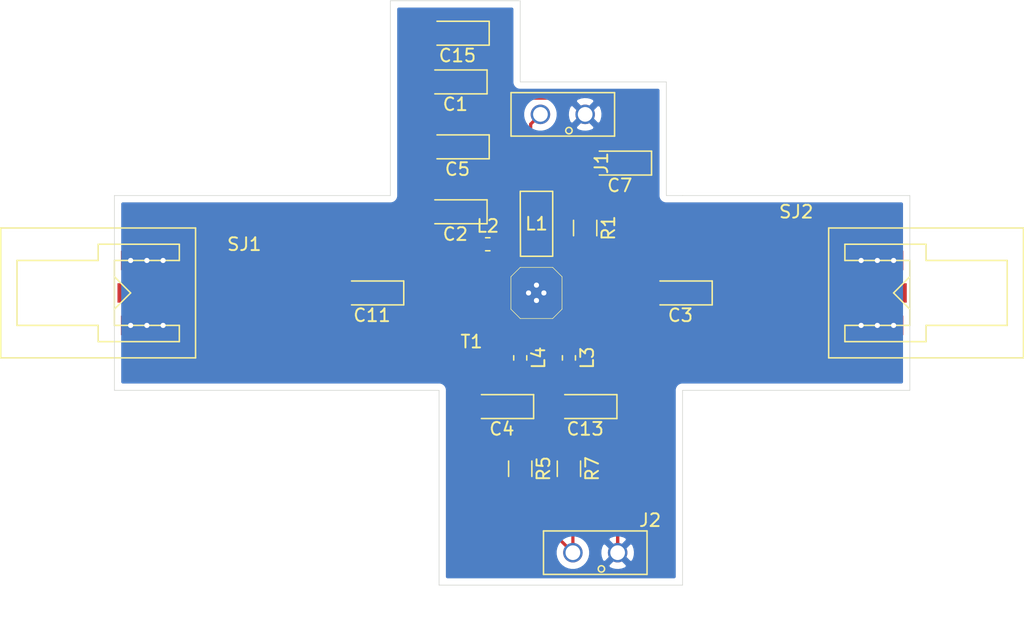
<source format=kicad_pcb>
(kicad_pcb (version 20171130) (host pcbnew 5.1.2-f72e74a~84~ubuntu18.04.1)

  (general
    (thickness 1.6)
    (drawings 16)
    (tracks 113)
    (zones 0)
    (modules 21)
    (nets 15)
  )

  (page A4)
  (layers
    (0 F.Cu signal)
    (31 B.Cu signal)
    (32 B.Adhes user)
    (33 F.Adhes user)
    (34 B.Paste user)
    (35 F.Paste user)
    (36 B.SilkS user)
    (37 F.SilkS user)
    (38 B.Mask user)
    (39 F.Mask user)
    (40 Dwgs.User user)
    (41 Cmts.User user)
    (42 Eco1.User user)
    (43 Eco2.User user)
    (44 Edge.Cuts user)
    (45 Margin user)
    (46 B.CrtYd user)
    (47 F.CrtYd user)
    (48 B.Fab user)
    (49 F.Fab user)
  )

  (setup
    (last_trace_width 0.25)
    (trace_clearance 0.2)
    (zone_clearance 0.508)
    (zone_45_only no)
    (trace_min 0.2)
    (via_size 0.8)
    (via_drill 0.4)
    (via_min_size 0.4)
    (via_min_drill 0.3)
    (uvia_size 0.3)
    (uvia_drill 0.1)
    (uvias_allowed no)
    (uvia_min_size 0.2)
    (uvia_min_drill 0.1)
    (edge_width 0.05)
    (segment_width 0.2)
    (pcb_text_width 0.3)
    (pcb_text_size 1.5 1.5)
    (mod_edge_width 0.12)
    (mod_text_size 1 1)
    (mod_text_width 0.15)
    (pad_size 6 2.2)
    (pad_drill 0)
    (pad_to_mask_clearance 0.051)
    (solder_mask_min_width 0.25)
    (aux_axis_origin 0 0)
    (visible_elements FFFFFF7F)
    (pcbplotparams
      (layerselection 0x010fc_ffffffff)
      (usegerberextensions false)
      (usegerberattributes false)
      (usegerberadvancedattributes false)
      (creategerberjobfile false)
      (excludeedgelayer true)
      (linewidth 0.100000)
      (plotframeref false)
      (viasonmask false)
      (mode 1)
      (useauxorigin false)
      (hpglpennumber 1)
      (hpglpenspeed 20)
      (hpglpendiameter 15.000000)
      (psnegative false)
      (psa4output false)
      (plotreference true)
      (plotvalue true)
      (plotinvisibletext false)
      (padsonsilk false)
      (subtractmaskfromsilk false)
      (outputformat 1)
      (mirror false)
      (drillshape 1)
      (scaleselection 1)
      (outputdirectory ""))
  )

  (net 0 "")
  (net 1 GND)
  (net 2 VCC)
  (net 3 /RFout)
  (net 4 "Net-(C4-Pad1)")
  (net 5 /RFin)
  (net 6 "Net-(C13-Pad2)")
  (net 7 /VCC2)
  (net 8 /VCC1)
  (net 9 /IREF_2)
  (net 10 /IREF_1)
  (net 11 /VBIAS)
  (net 12 /RF_OUT)
  (net 13 /RF_IN)
  (net 14 /VDD)

  (net_class Default "This is the default net class."
    (clearance 0.2)
    (trace_width 0.25)
    (via_dia 0.8)
    (via_drill 0.4)
    (uvia_dia 0.3)
    (uvia_drill 0.1)
    (add_net /IREF_1)
    (add_net /IREF_2)
    (add_net /RF_IN)
    (add_net /RF_OUT)
    (add_net /RFin)
    (add_net /RFout)
    (add_net /VBIAS)
    (add_net /VCC1)
    (add_net /VCC2)
    (add_net /VDD)
    (add_net GND)
    (add_net "Net-(C13-Pad2)")
    (add_net "Net-(C4-Pad1)")
    (add_net VCC)
  )

  (module sma_custom:CONSMA003.062-G (layer F.Cu) (tedit 5D1F15C9) (tstamp 5D1F6E61)
    (at 177.8 127)
    (path /5D1DE0DB)
    (fp_text reference SJ2 (at -10.16 -8.89) (layer F.SilkS)
      (effects (font (size 1 1) (thickness 0.15)))
    )
    (fp_text value sma_jack (at -11.43 -7.62) (layer F.Fab)
      (effects (font (size 1 1) (thickness 0.15)))
    )
    (fp_line (start -1.27 -1.27) (end -2.54 -2.54) (layer F.SilkS) (width 0.12))
    (fp_line (start -1.27 -3.81) (end -2.54 -2.54) (layer F.SilkS) (width 0.12))
    (fp_line (start -7.62 2.54) (end 7.62 2.54) (layer F.SilkS) (width 0.12))
    (fp_line (start 7.62 -7.62) (end -7.62 -7.62) (layer F.SilkS) (width 0.12))
    (fp_line (start -6.35 0) (end -6.35 1.27) (layer F.SilkS) (width 0.12))
    (fp_line (start -1.27 0) (end -6.35 0) (layer F.SilkS) (width 0.12))
    (fp_line (start -1.27 -5.08) (end -1.27 0) (layer F.SilkS) (width 0.12))
    (fp_line (start -6.35 -5.08) (end -1.27 -5.08) (layer F.SilkS) (width 0.12))
    (fp_line (start -6.35 -6.35) (end -6.35 -5.08) (layer F.SilkS) (width 0.12))
    (fp_line (start 6.35 -5.08) (end 6.35 0) (layer F.SilkS) (width 0.12))
    (fp_line (start 0 -5.08) (end 6.35 -5.08) (layer F.SilkS) (width 0.12))
    (fp_line (start 0 -6.35) (end 0 -5.08) (layer F.SilkS) (width 0.12))
    (fp_line (start 0 0) (end 6.35 0) (layer F.SilkS) (width 0.12))
    (fp_line (start 0 1.27) (end 0 0) (layer F.SilkS) (width 0.12))
    (fp_line (start 7.62 2.54) (end 7.62 -7.62) (layer F.SilkS) (width 0.12))
    (fp_line (start -7.62 -7.62) (end -7.62 2.54) (layer F.SilkS) (width 0.12))
    (fp_line (start 0 1.27) (end -6.35 1.27) (layer F.SilkS) (width 0.12))
    (fp_line (start -6.35 -6.35) (end 0 -6.35) (layer F.SilkS) (width 0.12))
    (pad 3 smd rect (at -3.81 0) (size 4.06 1.52) (layers F.Cu F.Paste F.Mask)
      (net 1 GND))
    (pad 2 smd rect (at -3.81 -5.08) (size 4.06 1.52) (layers F.Cu F.Paste F.Mask)
      (net 1 GND))
    (pad 1 smd rect (at -3.81 -2.54) (size 4.6 1.52) (layers F.Cu F.Paste F.Mask)
      (net 3 /RFout))
  )

  (module sma_custom:CONSMA003.062-G (layer F.Cu) (tedit 5D1F15C9) (tstamp 5D1F6E48)
    (at 113.03 121.92 180)
    (path /5D1DDA44)
    (fp_text reference SJ1 (at -11.43 1.27) (layer F.SilkS)
      (effects (font (size 1 1) (thickness 0.15)))
    )
    (fp_text value sma_jack (at -11.43 2.54) (layer F.Fab)
      (effects (font (size 1 1) (thickness 0.15)))
    )
    (fp_line (start -1.27 -1.27) (end -2.54 -2.54) (layer F.SilkS) (width 0.12))
    (fp_line (start -1.27 -3.81) (end -2.54 -2.54) (layer F.SilkS) (width 0.12))
    (fp_line (start -7.62 2.54) (end 7.62 2.54) (layer F.SilkS) (width 0.12))
    (fp_line (start 7.62 -7.62) (end -7.62 -7.62) (layer F.SilkS) (width 0.12))
    (fp_line (start -6.35 0) (end -6.35 1.27) (layer F.SilkS) (width 0.12))
    (fp_line (start -1.27 0) (end -6.35 0) (layer F.SilkS) (width 0.12))
    (fp_line (start -1.27 -5.08) (end -1.27 0) (layer F.SilkS) (width 0.12))
    (fp_line (start -6.35 -5.08) (end -1.27 -5.08) (layer F.SilkS) (width 0.12))
    (fp_line (start -6.35 -6.35) (end -6.35 -5.08) (layer F.SilkS) (width 0.12))
    (fp_line (start 6.35 -5.08) (end 6.35 0) (layer F.SilkS) (width 0.12))
    (fp_line (start 0 -5.08) (end 6.35 -5.08) (layer F.SilkS) (width 0.12))
    (fp_line (start 0 -6.35) (end 0 -5.08) (layer F.SilkS) (width 0.12))
    (fp_line (start 0 0) (end 6.35 0) (layer F.SilkS) (width 0.12))
    (fp_line (start 0 1.27) (end 0 0) (layer F.SilkS) (width 0.12))
    (fp_line (start 7.62 2.54) (end 7.62 -7.62) (layer F.SilkS) (width 0.12))
    (fp_line (start -7.62 -7.62) (end -7.62 2.54) (layer F.SilkS) (width 0.12))
    (fp_line (start 0 1.27) (end -6.35 1.27) (layer F.SilkS) (width 0.12))
    (fp_line (start -6.35 -6.35) (end 0 -6.35) (layer F.SilkS) (width 0.12))
    (pad 3 smd rect (at -3.81 0 180) (size 4.06 1.52) (layers F.Cu F.Paste F.Mask)
      (net 1 GND))
    (pad 2 smd rect (at -3.81 -5.08 180) (size 4.06 1.52) (layers F.Cu F.Paste F.Mask)
      (net 1 GND))
    (pad 1 smd rect (at -3.81 -2.54 180) (size 4.6 1.52) (layers F.Cu F.Paste F.Mask)
      (net 5 /RFin))
  )

  (module borniers:PRT-08084 (layer F.Cu) (tedit 5D01074F) (tstamp 5D1E2B6E)
    (at 153.67 149.86)
    (path /5D26C780)
    (fp_text reference J2 (at 2.54 -7.62) (layer F.SilkS)
      (effects (font (size 1 1) (thickness 0.15)))
    )
    (fp_text value Supply_2 (at -2.54 -8.89) (layer F.Fab)
      (effects (font (size 1 1) (thickness 0.15)))
    )
    (fp_circle (center -1.27 -3.81) (end -1.02 -3.81) (layer F.SilkS) (width 0.12))
    (fp_line (start 2.3 -3.38) (end -5.8 -3.38) (layer F.SilkS) (width 0.12))
    (fp_line (start -5.8 -6.78) (end 2.3 -6.78) (layer F.SilkS) (width 0.12))
    (fp_line (start 2.3 -3.38) (end 2.3 -6.78) (layer F.SilkS) (width 0.12))
    (fp_line (start -5.8 -3.38) (end -5.8 -6.78) (layer F.SilkS) (width 0.12))
    (pad 2 thru_hole circle (at 0 -5.08) (size 1.524 1.524) (drill 1.15) (layers *.Cu *.Mask)
      (net 1 GND))
    (pad 1 thru_hole circle (at -3.5 -5.08) (size 1.524 1.524) (drill 1.15) (layers *.Cu *.Mask)
      (net 14 /VDD))
  )

  (module rf_filters:TQP9111 (layer F.Cu) (tedit 5D1DE3EE) (tstamp 5D1DF780)
    (at 147.32 124.46)
    (path /5D1DD11A)
    (fp_text reference T1 (at -5.08 3.81) (layer F.SilkS)
      (effects (font (size 1 1) (thickness 0.15)))
    )
    (fp_text value TQP9111 (at 0 2.54) (layer F.Fab)
      (effects (font (size 1 1) (thickness 0.15)))
    )
    (fp_line (start -1.27 -2) (end -2 -1.27) (layer F.SilkS) (width 0.05))
    (fp_line (start -1.27 2) (end -2 1.27) (layer F.SilkS) (width 0.05))
    (fp_line (start 2 1.27) (end 1.27 2) (layer F.SilkS) (width 0.05))
    (fp_line (start 1.27 -2) (end 2 -1.27) (layer F.SilkS) (width 0.05))
    (fp_line (start -1.27 -2) (end 1.27 -2) (layer F.SilkS) (width 0.05))
    (fp_line (start 2 -1.27) (end 2 1.27) (layer F.SilkS) (width 0.05))
    (fp_line (start -2 1.27) (end -2 -1.27) (layer F.SilkS) (width 0.05))
    (fp_line (start -1.27 2) (end 1.27 2) (layer F.SilkS) (width 0.05))
    (pad 21 smd rect (at 0 0) (size 2.15 2.15) (layers F.Cu F.Paste F.Mask)
      (net 1 GND))
    (pad 20 smd rect (at -1 -1.785) (size 0.23 0.23) (layers F.Cu F.Paste F.Mask)
      (net 8 /VCC1))
    (pad 19 smd rect (at -0.5 -1.785) (size 0.23 0.23) (layers F.Cu F.Paste F.Mask)
      (net 1 GND))
    (pad 18 smd rect (at 0 -1.785) (size 0.23 0.23) (layers F.Cu F.Paste F.Mask)
      (net 7 /VCC2))
    (pad 17 smd rect (at 0.5 -1.785) (size 0.23 0.23) (layers F.Cu F.Paste F.Mask)
      (net 1 GND))
    (pad 16 smd rect (at 1 -1.785) (size 0.23 0.23) (layers F.Cu F.Paste F.Mask)
      (net 11 /VBIAS))
    (pad 15 smd rect (at 1.785 -1) (size 0.23 0.23) (layers F.Cu F.Paste F.Mask)
      (net 1 GND))
    (pad 14 smd rect (at 1.785 -0.5) (size 0.23 0.23) (layers F.Cu F.Paste F.Mask)
      (net 12 /RF_OUT))
    (pad 13 smd rect (at 1.785 0) (size 0.23 0.23) (layers F.Cu F.Paste F.Mask)
      (net 12 /RF_OUT))
    (pad 12 smd rect (at 1.785 0.5) (size 0.23 0.23) (layers F.Cu F.Paste F.Mask)
      (net 12 /RF_OUT))
    (pad 11 smd rect (at 1.785 1) (size 0.23 0.23) (layers F.Cu F.Paste F.Mask)
      (net 1 GND))
    (pad 10 smd rect (at 1 1.785) (size 0.23 0.23) (layers F.Cu F.Paste F.Mask)
      (net 1 GND))
    (pad 9 smd rect (at 0.5 1.785) (size 0.23 0.23) (layers F.Cu F.Paste F.Mask)
      (net 1 GND))
    (pad 8 smd rect (at 0 1.785) (size 0.23 0.23) (layers F.Cu F.Paste F.Mask)
      (net 9 /IREF_2))
    (pad 7 smd rect (at -0.5 1.785) (size 0.23 0.23) (layers F.Cu F.Paste F.Mask)
      (net 1 GND))
    (pad 6 smd rect (at -1 1.785) (size 0.23 0.23) (layers F.Cu F.Paste F.Mask)
      (net 10 /IREF_1))
    (pad 5 smd rect (at -1.785 1) (size 0.23 0.23) (layers F.Cu F.Paste F.Mask)
      (net 1 GND))
    (pad 4 smd rect (at -1.785 0.5) (size 0.23 0.23) (layers F.Cu F.Paste F.Mask)
      (net 13 /RF_IN))
    (pad 3 smd rect (at -1.785 0) (size 0.23 0.23) (layers F.Cu F.Paste F.Mask)
      (net 13 /RF_IN))
    (pad 2 smd rect (at -1.785 -0.5) (size 0.23 0.23) (layers F.Cu F.Paste F.Mask)
      (net 13 /RF_IN))
    (pad 1 smd rect (at -1.785 -1) (size 0.23 0.23) (layers F.Cu F.Paste F.Mask)
      (net 1 GND))
  )

  (module Resistor_SMD:R_1206_3216Metric_Pad1.42x1.75mm_HandSolder (layer F.Cu) (tedit 5B301BBD) (tstamp 5D1DF72D)
    (at 149.86 138.2125 270)
    (descr "Resistor SMD 1206 (3216 Metric), square (rectangular) end terminal, IPC_7351 nominal with elongated pad for handsoldering. (Body size source: http://www.tortai-tech.com/upload/download/2011102023233369053.pdf), generated with kicad-footprint-generator")
    (tags "resistor handsolder")
    (path /5D20503D)
    (attr smd)
    (fp_text reference R7 (at 0 -1.82 90) (layer F.SilkS)
      (effects (font (size 1 1) (thickness 0.15)))
    )
    (fp_text value 200 (at 0 1.82 90) (layer F.Fab)
      (effects (font (size 1 1) (thickness 0.15)))
    )
    (fp_text user %R (at 0 0 90) (layer F.Fab)
      (effects (font (size 0.8 0.8) (thickness 0.12)))
    )
    (fp_line (start 2.45 1.12) (end -2.45 1.12) (layer F.CrtYd) (width 0.05))
    (fp_line (start 2.45 -1.12) (end 2.45 1.12) (layer F.CrtYd) (width 0.05))
    (fp_line (start -2.45 -1.12) (end 2.45 -1.12) (layer F.CrtYd) (width 0.05))
    (fp_line (start -2.45 1.12) (end -2.45 -1.12) (layer F.CrtYd) (width 0.05))
    (fp_line (start -0.602064 0.91) (end 0.602064 0.91) (layer F.SilkS) (width 0.12))
    (fp_line (start -0.602064 -0.91) (end 0.602064 -0.91) (layer F.SilkS) (width 0.12))
    (fp_line (start 1.6 0.8) (end -1.6 0.8) (layer F.Fab) (width 0.1))
    (fp_line (start 1.6 -0.8) (end 1.6 0.8) (layer F.Fab) (width 0.1))
    (fp_line (start -1.6 -0.8) (end 1.6 -0.8) (layer F.Fab) (width 0.1))
    (fp_line (start -1.6 0.8) (end -1.6 -0.8) (layer F.Fab) (width 0.1))
    (pad 2 smd roundrect (at 1.4875 0 270) (size 1.425 1.75) (layers F.Cu F.Paste F.Mask) (roundrect_rratio 0.175439)
      (net 14 /VDD))
    (pad 1 smd roundrect (at -1.4875 0 270) (size 1.425 1.75) (layers F.Cu F.Paste F.Mask) (roundrect_rratio 0.175439)
      (net 6 "Net-(C13-Pad2)"))
    (model ${KISYS3DMOD}/Resistor_SMD.3dshapes/R_1206_3216Metric.wrl
      (at (xyz 0 0 0))
      (scale (xyz 1 1 1))
      (rotate (xyz 0 0 0))
    )
  )

  (module Resistor_SMD:R_1206_3216Metric_Pad1.42x1.75mm_HandSolder (layer F.Cu) (tedit 5B301BBD) (tstamp 5D1DF71C)
    (at 146.05 138.2125 270)
    (descr "Resistor SMD 1206 (3216 Metric), square (rectangular) end terminal, IPC_7351 nominal with elongated pad for handsoldering. (Body size source: http://www.tortai-tech.com/upload/download/2011102023233369053.pdf), generated with kicad-footprint-generator")
    (tags "resistor handsolder")
    (path /5D20A755)
    (attr smd)
    (fp_text reference R5 (at 0 -1.82 90) (layer F.SilkS)
      (effects (font (size 1 1) (thickness 0.15)))
    )
    (fp_text value 1.2k (at 0 1.82 90) (layer F.Fab)
      (effects (font (size 1 1) (thickness 0.15)))
    )
    (fp_text user %R (at 0 0 90) (layer F.Fab)
      (effects (font (size 0.8 0.8) (thickness 0.12)))
    )
    (fp_line (start 2.45 1.12) (end -2.45 1.12) (layer F.CrtYd) (width 0.05))
    (fp_line (start 2.45 -1.12) (end 2.45 1.12) (layer F.CrtYd) (width 0.05))
    (fp_line (start -2.45 -1.12) (end 2.45 -1.12) (layer F.CrtYd) (width 0.05))
    (fp_line (start -2.45 1.12) (end -2.45 -1.12) (layer F.CrtYd) (width 0.05))
    (fp_line (start -0.602064 0.91) (end 0.602064 0.91) (layer F.SilkS) (width 0.12))
    (fp_line (start -0.602064 -0.91) (end 0.602064 -0.91) (layer F.SilkS) (width 0.12))
    (fp_line (start 1.6 0.8) (end -1.6 0.8) (layer F.Fab) (width 0.1))
    (fp_line (start 1.6 -0.8) (end 1.6 0.8) (layer F.Fab) (width 0.1))
    (fp_line (start -1.6 -0.8) (end 1.6 -0.8) (layer F.Fab) (width 0.1))
    (fp_line (start -1.6 0.8) (end -1.6 -0.8) (layer F.Fab) (width 0.1))
    (pad 2 smd roundrect (at 1.4875 0 270) (size 1.425 1.75) (layers F.Cu F.Paste F.Mask) (roundrect_rratio 0.175439)
      (net 14 /VDD))
    (pad 1 smd roundrect (at -1.4875 0 270) (size 1.425 1.75) (layers F.Cu F.Paste F.Mask) (roundrect_rratio 0.175439)
      (net 4 "Net-(C4-Pad1)"))
    (model ${KISYS3DMOD}/Resistor_SMD.3dshapes/R_1206_3216Metric.wrl
      (at (xyz 0 0 0))
      (scale (xyz 1 1 1))
      (rotate (xyz 0 0 0))
    )
  )

  (module Resistor_SMD:R_1206_3216Metric_Pad1.42x1.75mm_HandSolder (layer F.Cu) (tedit 5B301BBD) (tstamp 5D1DF70B)
    (at 151.13 119.38 270)
    (descr "Resistor SMD 1206 (3216 Metric), square (rectangular) end terminal, IPC_7351 nominal with elongated pad for handsoldering. (Body size source: http://www.tortai-tech.com/upload/download/2011102023233369053.pdf), generated with kicad-footprint-generator")
    (tags "resistor handsolder")
    (path /5D1E59D8)
    (attr smd)
    (fp_text reference R1 (at 0 -1.82 90) (layer F.SilkS)
      (effects (font (size 1 1) (thickness 0.15)))
    )
    (fp_text value 220 (at 0 1.82 90) (layer F.Fab)
      (effects (font (size 1 1) (thickness 0.15)))
    )
    (fp_text user %R (at 0 0 90) (layer F.Fab)
      (effects (font (size 0.8 0.8) (thickness 0.12)))
    )
    (fp_line (start 2.45 1.12) (end -2.45 1.12) (layer F.CrtYd) (width 0.05))
    (fp_line (start 2.45 -1.12) (end 2.45 1.12) (layer F.CrtYd) (width 0.05))
    (fp_line (start -2.45 -1.12) (end 2.45 -1.12) (layer F.CrtYd) (width 0.05))
    (fp_line (start -2.45 1.12) (end -2.45 -1.12) (layer F.CrtYd) (width 0.05))
    (fp_line (start -0.602064 0.91) (end 0.602064 0.91) (layer F.SilkS) (width 0.12))
    (fp_line (start -0.602064 -0.91) (end 0.602064 -0.91) (layer F.SilkS) (width 0.12))
    (fp_line (start 1.6 0.8) (end -1.6 0.8) (layer F.Fab) (width 0.1))
    (fp_line (start 1.6 -0.8) (end 1.6 0.8) (layer F.Fab) (width 0.1))
    (fp_line (start -1.6 -0.8) (end 1.6 -0.8) (layer F.Fab) (width 0.1))
    (fp_line (start -1.6 0.8) (end -1.6 -0.8) (layer F.Fab) (width 0.1))
    (pad 2 smd roundrect (at 1.4875 0 270) (size 1.425 1.75) (layers F.Cu F.Paste F.Mask) (roundrect_rratio 0.175439)
      (net 11 /VBIAS))
    (pad 1 smd roundrect (at -1.4875 0 270) (size 1.425 1.75) (layers F.Cu F.Paste F.Mask) (roundrect_rratio 0.175439)
      (net 2 VCC))
    (model ${KISYS3DMOD}/Resistor_SMD.3dshapes/R_1206_3216Metric.wrl
      (at (xyz 0 0 0))
      (scale (xyz 1 1 1))
      (rotate (xyz 0 0 0))
    )
  )

  (module Inductor_SMD:L_0603_1608Metric_Pad1.05x0.95mm_HandSolder (layer F.Cu) (tedit 5B301BBE) (tstamp 5D1DF6FA)
    (at 146.05 129.54 270)
    (descr "Capacitor SMD 0603 (1608 Metric), square (rectangular) end terminal, IPC_7351 nominal with elongated pad for handsoldering. (Body size source: http://www.tortai-tech.com/upload/download/2011102023233369053.pdf), generated with kicad-footprint-generator")
    (tags "inductor handsolder")
    (path /5D212105)
    (attr smd)
    (fp_text reference L4 (at 0 -1.43 90) (layer F.SilkS)
      (effects (font (size 1 1) (thickness 0.15)))
    )
    (fp_text value 27n (at 0 1.43 90) (layer F.Fab)
      (effects (font (size 1 1) (thickness 0.15)))
    )
    (fp_text user %R (at 0 0 90) (layer F.Fab)
      (effects (font (size 0.4 0.4) (thickness 0.06)))
    )
    (fp_line (start 1.65 0.73) (end -1.65 0.73) (layer F.CrtYd) (width 0.05))
    (fp_line (start 1.65 -0.73) (end 1.65 0.73) (layer F.CrtYd) (width 0.05))
    (fp_line (start -1.65 -0.73) (end 1.65 -0.73) (layer F.CrtYd) (width 0.05))
    (fp_line (start -1.65 0.73) (end -1.65 -0.73) (layer F.CrtYd) (width 0.05))
    (fp_line (start -0.171267 0.51) (end 0.171267 0.51) (layer F.SilkS) (width 0.12))
    (fp_line (start -0.171267 -0.51) (end 0.171267 -0.51) (layer F.SilkS) (width 0.12))
    (fp_line (start 0.8 0.4) (end -0.8 0.4) (layer F.Fab) (width 0.1))
    (fp_line (start 0.8 -0.4) (end 0.8 0.4) (layer F.Fab) (width 0.1))
    (fp_line (start -0.8 -0.4) (end 0.8 -0.4) (layer F.Fab) (width 0.1))
    (fp_line (start -0.8 0.4) (end -0.8 -0.4) (layer F.Fab) (width 0.1))
    (pad 2 smd roundrect (at 0.875 0 270) (size 1.05 0.95) (layers F.Cu F.Paste F.Mask) (roundrect_rratio 0.25)
      (net 4 "Net-(C4-Pad1)"))
    (pad 1 smd roundrect (at -0.875 0 270) (size 1.05 0.95) (layers F.Cu F.Paste F.Mask) (roundrect_rratio 0.25)
      (net 10 /IREF_1))
    (model ${KISYS3DMOD}/Inductor_SMD.3dshapes/L_0603_1608Metric.wrl
      (at (xyz 0 0 0))
      (scale (xyz 1 1 1))
      (rotate (xyz 0 0 0))
    )
  )

  (module Inductor_SMD:L_0603_1608Metric_Pad1.05x0.95mm_HandSolder (layer F.Cu) (tedit 5B301BBE) (tstamp 5D1DF6E9)
    (at 149.86 129.54 270)
    (descr "Capacitor SMD 0603 (1608 Metric), square (rectangular) end terminal, IPC_7351 nominal with elongated pad for handsoldering. (Body size source: http://www.tortai-tech.com/upload/download/2011102023233369053.pdf), generated with kicad-footprint-generator")
    (tags "inductor handsolder")
    (path /5D206E79)
    (attr smd)
    (fp_text reference L3 (at 0 -1.43 90) (layer F.SilkS)
      (effects (font (size 1 1) (thickness 0.15)))
    )
    (fp_text value 27n (at 0 1.43 90) (layer F.Fab)
      (effects (font (size 1 1) (thickness 0.15)))
    )
    (fp_text user %R (at 0 0 90) (layer F.Fab)
      (effects (font (size 0.4 0.4) (thickness 0.06)))
    )
    (fp_line (start 1.65 0.73) (end -1.65 0.73) (layer F.CrtYd) (width 0.05))
    (fp_line (start 1.65 -0.73) (end 1.65 0.73) (layer F.CrtYd) (width 0.05))
    (fp_line (start -1.65 -0.73) (end 1.65 -0.73) (layer F.CrtYd) (width 0.05))
    (fp_line (start -1.65 0.73) (end -1.65 -0.73) (layer F.CrtYd) (width 0.05))
    (fp_line (start -0.171267 0.51) (end 0.171267 0.51) (layer F.SilkS) (width 0.12))
    (fp_line (start -0.171267 -0.51) (end 0.171267 -0.51) (layer F.SilkS) (width 0.12))
    (fp_line (start 0.8 0.4) (end -0.8 0.4) (layer F.Fab) (width 0.1))
    (fp_line (start 0.8 -0.4) (end 0.8 0.4) (layer F.Fab) (width 0.1))
    (fp_line (start -0.8 -0.4) (end 0.8 -0.4) (layer F.Fab) (width 0.1))
    (fp_line (start -0.8 0.4) (end -0.8 -0.4) (layer F.Fab) (width 0.1))
    (pad 2 smd roundrect (at 0.875 0 270) (size 1.05 0.95) (layers F.Cu F.Paste F.Mask) (roundrect_rratio 0.25)
      (net 6 "Net-(C13-Pad2)"))
    (pad 1 smd roundrect (at -0.875 0 270) (size 1.05 0.95) (layers F.Cu F.Paste F.Mask) (roundrect_rratio 0.25)
      (net 9 /IREF_2))
    (model ${KISYS3DMOD}/Inductor_SMD.3dshapes/L_0603_1608Metric.wrl
      (at (xyz 0 0 0))
      (scale (xyz 1 1 1))
      (rotate (xyz 0 0 0))
    )
  )

  (module Inductor_SMD:L_0603_1608Metric_Pad1.05x0.95mm_HandSolder (layer F.Cu) (tedit 5B301BBE) (tstamp 5D1DF6D8)
    (at 143.51 120.65)
    (descr "Capacitor SMD 0603 (1608 Metric), square (rectangular) end terminal, IPC_7351 nominal with elongated pad for handsoldering. (Body size source: http://www.tortai-tech.com/upload/download/2011102023233369053.pdf), generated with kicad-footprint-generator")
    (tags "inductor handsolder")
    (path /5D1E72B8)
    (attr smd)
    (fp_text reference L2 (at 0 -1.43) (layer F.SilkS)
      (effects (font (size 1 1) (thickness 0.15)))
    )
    (fp_text value 100n (at 0 1.43) (layer F.Fab)
      (effects (font (size 1 1) (thickness 0.15)))
    )
    (fp_text user %R (at 0 0) (layer F.Fab)
      (effects (font (size 0.4 0.4) (thickness 0.06)))
    )
    (fp_line (start 1.65 0.73) (end -1.65 0.73) (layer F.CrtYd) (width 0.05))
    (fp_line (start 1.65 -0.73) (end 1.65 0.73) (layer F.CrtYd) (width 0.05))
    (fp_line (start -1.65 -0.73) (end 1.65 -0.73) (layer F.CrtYd) (width 0.05))
    (fp_line (start -1.65 0.73) (end -1.65 -0.73) (layer F.CrtYd) (width 0.05))
    (fp_line (start -0.171267 0.51) (end 0.171267 0.51) (layer F.SilkS) (width 0.12))
    (fp_line (start -0.171267 -0.51) (end 0.171267 -0.51) (layer F.SilkS) (width 0.12))
    (fp_line (start 0.8 0.4) (end -0.8 0.4) (layer F.Fab) (width 0.1))
    (fp_line (start 0.8 -0.4) (end 0.8 0.4) (layer F.Fab) (width 0.1))
    (fp_line (start -0.8 -0.4) (end 0.8 -0.4) (layer F.Fab) (width 0.1))
    (fp_line (start -0.8 0.4) (end -0.8 -0.4) (layer F.Fab) (width 0.1))
    (pad 2 smd roundrect (at 0.875 0) (size 1.05 0.95) (layers F.Cu F.Paste F.Mask) (roundrect_rratio 0.25)
      (net 8 /VCC1))
    (pad 1 smd roundrect (at -0.875 0) (size 1.05 0.95) (layers F.Cu F.Paste F.Mask) (roundrect_rratio 0.25)
      (net 2 VCC))
    (model ${KISYS3DMOD}/Inductor_SMD.3dshapes/L_0603_1608Metric.wrl
      (at (xyz 0 0 0))
      (scale (xyz 1 1 1))
      (rotate (xyz 0 0 0))
    )
  )

  (module custom_inductors:18nH_1900MHz (layer F.Cu) (tedit 5D1DD29D) (tstamp 5D1DF6C7)
    (at 147.32 119.05)
    (path /5D1E65AB)
    (fp_text reference L1 (at 0 0) (layer F.SilkS)
      (effects (font (size 1 1) (thickness 0.15)))
    )
    (fp_text value 18n (at 0 -2.54) (layer F.Fab)
      (effects (font (size 1 1) (thickness 0.15)))
    )
    (fp_line (start 1.27 -2.54) (end 1.27 2.54) (layer F.SilkS) (width 0.12))
    (fp_line (start -1.27 -2.54) (end -1.25 2.54) (layer F.SilkS) (width 0.12))
    (fp_line (start -1.25 2.54) (end 1.25 2.54) (layer F.SilkS) (width 0.12))
    (fp_line (start -1.25 -2.54) (end 1.25 -2.54) (layer F.SilkS) (width 0.12))
    (pad 2 smd rect (at 0 1.6) (size 2 1.2) (layers F.Cu F.Paste F.Mask)
      (net 7 /VCC2))
    (pad 1 smd rect (at 0 -1.6) (size 2 1.2) (layers F.Cu F.Paste F.Mask)
      (net 2 VCC))
  )

  (module borniers:PRT-08084 (layer F.Cu) (tedit 5D01074F) (tstamp 5D1DF6BD)
    (at 151.13 115.57)
    (path /5D1ECD37)
    (fp_text reference J1 (at 1.27 -1.27 270) (layer F.SilkS)
      (effects (font (size 1 1) (thickness 0.15)))
    )
    (fp_text value Supply_voltage_conn (at 0 -8.89) (layer F.Fab)
      (effects (font (size 1 1) (thickness 0.15)))
    )
    (fp_circle (center -1.27 -3.81) (end -1.02 -3.81) (layer F.SilkS) (width 0.12))
    (fp_line (start 2.3 -3.38) (end -5.8 -3.38) (layer F.SilkS) (width 0.12))
    (fp_line (start -5.8 -6.78) (end 2.3 -6.78) (layer F.SilkS) (width 0.12))
    (fp_line (start 2.3 -3.38) (end 2.3 -6.78) (layer F.SilkS) (width 0.12))
    (fp_line (start -5.8 -3.38) (end -5.8 -6.78) (layer F.SilkS) (width 0.12))
    (pad 2 thru_hole circle (at 0 -5.08) (size 1.524 1.524) (drill 1.15) (layers *.Cu *.Mask)
      (net 1 GND))
    (pad 1 thru_hole circle (at -3.5 -5.08) (size 1.524 1.524) (drill 1.15) (layers *.Cu *.Mask)
      (net 2 VCC))
  )

  (module Capacitor_Tantalum_SMD:CP_EIA-3216-10_Kemet-I_Pad1.58x1.35mm_HandSolder (layer F.Cu) (tedit 5B301BBE) (tstamp 5D1DF6B2)
    (at 141.1375 104.14 180)
    (descr "Tantalum Capacitor SMD Kemet-I (3216-10 Metric), IPC_7351 nominal, (Body size from: http://www.kemet.com/Lists/ProductCatalog/Attachments/253/KEM_TC101_STD.pdf), generated with kicad-footprint-generator")
    (tags "capacitor tantalum")
    (path /5D1E6B63)
    (attr smd)
    (fp_text reference C15 (at 0 -1.75) (layer F.SilkS)
      (effects (font (size 1 1) (thickness 0.15)))
    )
    (fp_text value 0.1u (at 0 1.75) (layer F.Fab)
      (effects (font (size 1 1) (thickness 0.15)))
    )
    (fp_text user %R (at 0 0) (layer F.Fab)
      (effects (font (size 0.8 0.8) (thickness 0.12)))
    )
    (fp_line (start 2.48 1.05) (end -2.48 1.05) (layer F.CrtYd) (width 0.05))
    (fp_line (start 2.48 -1.05) (end 2.48 1.05) (layer F.CrtYd) (width 0.05))
    (fp_line (start -2.48 -1.05) (end 2.48 -1.05) (layer F.CrtYd) (width 0.05))
    (fp_line (start -2.48 1.05) (end -2.48 -1.05) (layer F.CrtYd) (width 0.05))
    (fp_line (start -2.485 0.935) (end 1.6 0.935) (layer F.SilkS) (width 0.12))
    (fp_line (start -2.485 -0.935) (end -2.485 0.935) (layer F.SilkS) (width 0.12))
    (fp_line (start 1.6 -0.935) (end -2.485 -0.935) (layer F.SilkS) (width 0.12))
    (fp_line (start 1.6 0.8) (end 1.6 -0.8) (layer F.Fab) (width 0.1))
    (fp_line (start -1.6 0.8) (end 1.6 0.8) (layer F.Fab) (width 0.1))
    (fp_line (start -1.6 -0.4) (end -1.6 0.8) (layer F.Fab) (width 0.1))
    (fp_line (start -1.2 -0.8) (end -1.6 -0.4) (layer F.Fab) (width 0.1))
    (fp_line (start 1.6 -0.8) (end -1.2 -0.8) (layer F.Fab) (width 0.1))
    (pad 2 smd roundrect (at 1.4375 0 180) (size 1.575 1.35) (layers F.Cu F.Paste F.Mask) (roundrect_rratio 0.185185)
      (net 1 GND))
    (pad 1 smd roundrect (at -1.4375 0 180) (size 1.575 1.35) (layers F.Cu F.Paste F.Mask) (roundrect_rratio 0.185185)
      (net 2 VCC))
    (model ${KISYS3DMOD}/Capacitor_Tantalum_SMD.3dshapes/CP_EIA-3216-10_Kemet-I.wrl
      (at (xyz 0 0 0))
      (scale (xyz 1 1 1))
      (rotate (xyz 0 0 0))
    )
  )

  (module Capacitor_Tantalum_SMD:CP_EIA-3216-10_Kemet-I_Pad1.58x1.35mm_HandSolder (layer F.Cu) (tedit 5B301BBE) (tstamp 5D1DF69F)
    (at 151.13 133.35 180)
    (descr "Tantalum Capacitor SMD Kemet-I (3216-10 Metric), IPC_7351 nominal, (Body size from: http://www.kemet.com/Lists/ProductCatalog/Attachments/253/KEM_TC101_STD.pdf), generated with kicad-footprint-generator")
    (tags "capacitor tantalum")
    (path /5D207294)
    (attr smd)
    (fp_text reference C13 (at 0 -1.75) (layer F.SilkS)
      (effects (font (size 1 1) (thickness 0.15)))
    )
    (fp_text value 0.1u (at 0 1.75) (layer F.Fab)
      (effects (font (size 1 1) (thickness 0.15)))
    )
    (fp_text user %R (at 0 0) (layer F.Fab)
      (effects (font (size 0.8 0.8) (thickness 0.12)))
    )
    (fp_line (start 2.48 1.05) (end -2.48 1.05) (layer F.CrtYd) (width 0.05))
    (fp_line (start 2.48 -1.05) (end 2.48 1.05) (layer F.CrtYd) (width 0.05))
    (fp_line (start -2.48 -1.05) (end 2.48 -1.05) (layer F.CrtYd) (width 0.05))
    (fp_line (start -2.48 1.05) (end -2.48 -1.05) (layer F.CrtYd) (width 0.05))
    (fp_line (start -2.485 0.935) (end 1.6 0.935) (layer F.SilkS) (width 0.12))
    (fp_line (start -2.485 -0.935) (end -2.485 0.935) (layer F.SilkS) (width 0.12))
    (fp_line (start 1.6 -0.935) (end -2.485 -0.935) (layer F.SilkS) (width 0.12))
    (fp_line (start 1.6 0.8) (end 1.6 -0.8) (layer F.Fab) (width 0.1))
    (fp_line (start -1.6 0.8) (end 1.6 0.8) (layer F.Fab) (width 0.1))
    (fp_line (start -1.6 -0.4) (end -1.6 0.8) (layer F.Fab) (width 0.1))
    (fp_line (start -1.2 -0.8) (end -1.6 -0.4) (layer F.Fab) (width 0.1))
    (fp_line (start 1.6 -0.8) (end -1.2 -0.8) (layer F.Fab) (width 0.1))
    (pad 2 smd roundrect (at 1.4375 0 180) (size 1.575 1.35) (layers F.Cu F.Paste F.Mask) (roundrect_rratio 0.185185)
      (net 6 "Net-(C13-Pad2)"))
    (pad 1 smd roundrect (at -1.4375 0 180) (size 1.575 1.35) (layers F.Cu F.Paste F.Mask) (roundrect_rratio 0.185185)
      (net 1 GND))
    (model ${KISYS3DMOD}/Capacitor_Tantalum_SMD.3dshapes/CP_EIA-3216-10_Kemet-I.wrl
      (at (xyz 0 0 0))
      (scale (xyz 1 1 1))
      (rotate (xyz 0 0 0))
    )
  )

  (module Capacitor_Tantalum_SMD:CP_EIA-3216-10_Kemet-I_Pad1.58x1.35mm_HandSolder (layer F.Cu) (tedit 5B301BBE) (tstamp 5D1DF68C)
    (at 134.4525 124.46 180)
    (descr "Tantalum Capacitor SMD Kemet-I (3216-10 Metric), IPC_7351 nominal, (Body size from: http://www.kemet.com/Lists/ProductCatalog/Attachments/253/KEM_TC101_STD.pdf), generated with kicad-footprint-generator")
    (tags "capacitor tantalum")
    (path /5D1F7B37)
    (attr smd)
    (fp_text reference C11 (at 0 -1.75) (layer F.SilkS)
      (effects (font (size 1 1) (thickness 0.15)))
    )
    (fp_text value 100p (at 0 1.75) (layer F.Fab)
      (effects (font (size 1 1) (thickness 0.15)))
    )
    (fp_text user %R (at 0 0) (layer F.Fab)
      (effects (font (size 0.8 0.8) (thickness 0.12)))
    )
    (fp_line (start 2.48 1.05) (end -2.48 1.05) (layer F.CrtYd) (width 0.05))
    (fp_line (start 2.48 -1.05) (end 2.48 1.05) (layer F.CrtYd) (width 0.05))
    (fp_line (start -2.48 -1.05) (end 2.48 -1.05) (layer F.CrtYd) (width 0.05))
    (fp_line (start -2.48 1.05) (end -2.48 -1.05) (layer F.CrtYd) (width 0.05))
    (fp_line (start -2.485 0.935) (end 1.6 0.935) (layer F.SilkS) (width 0.12))
    (fp_line (start -2.485 -0.935) (end -2.485 0.935) (layer F.SilkS) (width 0.12))
    (fp_line (start 1.6 -0.935) (end -2.485 -0.935) (layer F.SilkS) (width 0.12))
    (fp_line (start 1.6 0.8) (end 1.6 -0.8) (layer F.Fab) (width 0.1))
    (fp_line (start -1.6 0.8) (end 1.6 0.8) (layer F.Fab) (width 0.1))
    (fp_line (start -1.6 -0.4) (end -1.6 0.8) (layer F.Fab) (width 0.1))
    (fp_line (start -1.2 -0.8) (end -1.6 -0.4) (layer F.Fab) (width 0.1))
    (fp_line (start 1.6 -0.8) (end -1.2 -0.8) (layer F.Fab) (width 0.1))
    (pad 2 smd roundrect (at 1.4375 0 180) (size 1.575 1.35) (layers F.Cu F.Paste F.Mask) (roundrect_rratio 0.185185)
      (net 5 /RFin))
    (pad 1 smd roundrect (at -1.4375 0 180) (size 1.575 1.35) (layers F.Cu F.Paste F.Mask) (roundrect_rratio 0.185185)
      (net 13 /RF_IN))
    (model ${KISYS3DMOD}/Capacitor_Tantalum_SMD.3dshapes/CP_EIA-3216-10_Kemet-I.wrl
      (at (xyz 0 0 0))
      (scale (xyz 1 1 1))
      (rotate (xyz 0 0 0))
    )
  )

  (module Capacitor_Tantalum_SMD:CP_EIA-3216-10_Kemet-I_Pad1.58x1.35mm_HandSolder (layer F.Cu) (tedit 5B301BBE) (tstamp 5D1DF679)
    (at 153.8375 114.3 180)
    (descr "Tantalum Capacitor SMD Kemet-I (3216-10 Metric), IPC_7351 nominal, (Body size from: http://www.kemet.com/Lists/ProductCatalog/Attachments/253/KEM_TC101_STD.pdf), generated with kicad-footprint-generator")
    (tags "capacitor tantalum")
    (path /5D1E6137)
    (attr smd)
    (fp_text reference C7 (at 0 -1.75) (layer F.SilkS)
      (effects (font (size 1 1) (thickness 0.15)))
    )
    (fp_text value 10u (at 0 1.75) (layer F.Fab)
      (effects (font (size 1 1) (thickness 0.15)))
    )
    (fp_text user %R (at 0 0) (layer F.Fab)
      (effects (font (size 0.8 0.8) (thickness 0.12)))
    )
    (fp_line (start 2.48 1.05) (end -2.48 1.05) (layer F.CrtYd) (width 0.05))
    (fp_line (start 2.48 -1.05) (end 2.48 1.05) (layer F.CrtYd) (width 0.05))
    (fp_line (start -2.48 -1.05) (end 2.48 -1.05) (layer F.CrtYd) (width 0.05))
    (fp_line (start -2.48 1.05) (end -2.48 -1.05) (layer F.CrtYd) (width 0.05))
    (fp_line (start -2.485 0.935) (end 1.6 0.935) (layer F.SilkS) (width 0.12))
    (fp_line (start -2.485 -0.935) (end -2.485 0.935) (layer F.SilkS) (width 0.12))
    (fp_line (start 1.6 -0.935) (end -2.485 -0.935) (layer F.SilkS) (width 0.12))
    (fp_line (start 1.6 0.8) (end 1.6 -0.8) (layer F.Fab) (width 0.1))
    (fp_line (start -1.6 0.8) (end 1.6 0.8) (layer F.Fab) (width 0.1))
    (fp_line (start -1.6 -0.4) (end -1.6 0.8) (layer F.Fab) (width 0.1))
    (fp_line (start -1.2 -0.8) (end -1.6 -0.4) (layer F.Fab) (width 0.1))
    (fp_line (start 1.6 -0.8) (end -1.2 -0.8) (layer F.Fab) (width 0.1))
    (pad 2 smd roundrect (at 1.4375 0 180) (size 1.575 1.35) (layers F.Cu F.Paste F.Mask) (roundrect_rratio 0.185185)
      (net 2 VCC))
    (pad 1 smd roundrect (at -1.4375 0 180) (size 1.575 1.35) (layers F.Cu F.Paste F.Mask) (roundrect_rratio 0.185185)
      (net 1 GND))
    (model ${KISYS3DMOD}/Capacitor_Tantalum_SMD.3dshapes/CP_EIA-3216-10_Kemet-I.wrl
      (at (xyz 0 0 0))
      (scale (xyz 1 1 1))
      (rotate (xyz 0 0 0))
    )
  )

  (module Capacitor_Tantalum_SMD:CP_EIA-3216-10_Kemet-I_Pad1.58x1.35mm_HandSolder (layer F.Cu) (tedit 5B301BBE) (tstamp 5D1DF666)
    (at 141.1375 113.03 180)
    (descr "Tantalum Capacitor SMD Kemet-I (3216-10 Metric), IPC_7351 nominal, (Body size from: http://www.kemet.com/Lists/ProductCatalog/Attachments/253/KEM_TC101_STD.pdf), generated with kicad-footprint-generator")
    (tags "capacitor tantalum")
    (path /5D1E8222)
    (attr smd)
    (fp_text reference C5 (at 0 -1.75) (layer F.SilkS)
      (effects (font (size 1 1) (thickness 0.15)))
    )
    (fp_text value 0.1u (at 0 1.75) (layer F.Fab)
      (effects (font (size 1 1) (thickness 0.15)))
    )
    (fp_text user %R (at 0 0) (layer F.Fab)
      (effects (font (size 0.8 0.8) (thickness 0.12)))
    )
    (fp_line (start 2.48 1.05) (end -2.48 1.05) (layer F.CrtYd) (width 0.05))
    (fp_line (start 2.48 -1.05) (end 2.48 1.05) (layer F.CrtYd) (width 0.05))
    (fp_line (start -2.48 -1.05) (end 2.48 -1.05) (layer F.CrtYd) (width 0.05))
    (fp_line (start -2.48 1.05) (end -2.48 -1.05) (layer F.CrtYd) (width 0.05))
    (fp_line (start -2.485 0.935) (end 1.6 0.935) (layer F.SilkS) (width 0.12))
    (fp_line (start -2.485 -0.935) (end -2.485 0.935) (layer F.SilkS) (width 0.12))
    (fp_line (start 1.6 -0.935) (end -2.485 -0.935) (layer F.SilkS) (width 0.12))
    (fp_line (start 1.6 0.8) (end 1.6 -0.8) (layer F.Fab) (width 0.1))
    (fp_line (start -1.6 0.8) (end 1.6 0.8) (layer F.Fab) (width 0.1))
    (fp_line (start -1.6 -0.4) (end -1.6 0.8) (layer F.Fab) (width 0.1))
    (fp_line (start -1.2 -0.8) (end -1.6 -0.4) (layer F.Fab) (width 0.1))
    (fp_line (start 1.6 -0.8) (end -1.2 -0.8) (layer F.Fab) (width 0.1))
    (pad 2 smd roundrect (at 1.4375 0 180) (size 1.575 1.35) (layers F.Cu F.Paste F.Mask) (roundrect_rratio 0.185185)
      (net 1 GND))
    (pad 1 smd roundrect (at -1.4375 0 180) (size 1.575 1.35) (layers F.Cu F.Paste F.Mask) (roundrect_rratio 0.185185)
      (net 2 VCC))
    (model ${KISYS3DMOD}/Capacitor_Tantalum_SMD.3dshapes/CP_EIA-3216-10_Kemet-I.wrl
      (at (xyz 0 0 0))
      (scale (xyz 1 1 1))
      (rotate (xyz 0 0 0))
    )
  )

  (module Capacitor_Tantalum_SMD:CP_EIA-3216-10_Kemet-I_Pad1.58x1.35mm_HandSolder (layer F.Cu) (tedit 5B301BBE) (tstamp 5D1DF653)
    (at 144.6125 133.35 180)
    (descr "Tantalum Capacitor SMD Kemet-I (3216-10 Metric), IPC_7351 nominal, (Body size from: http://www.kemet.com/Lists/ProductCatalog/Attachments/253/KEM_TC101_STD.pdf), generated with kicad-footprint-generator")
    (tags "capacitor tantalum")
    (path /5D20DCDD)
    (attr smd)
    (fp_text reference C4 (at 0 -1.75) (layer F.SilkS)
      (effects (font (size 1 1) (thickness 0.15)))
    )
    (fp_text value 0.1u (at 0 1.75) (layer F.Fab)
      (effects (font (size 1 1) (thickness 0.15)))
    )
    (fp_text user %R (at 0 0) (layer F.Fab)
      (effects (font (size 0.8 0.8) (thickness 0.12)))
    )
    (fp_line (start 2.48 1.05) (end -2.48 1.05) (layer F.CrtYd) (width 0.05))
    (fp_line (start 2.48 -1.05) (end 2.48 1.05) (layer F.CrtYd) (width 0.05))
    (fp_line (start -2.48 -1.05) (end 2.48 -1.05) (layer F.CrtYd) (width 0.05))
    (fp_line (start -2.48 1.05) (end -2.48 -1.05) (layer F.CrtYd) (width 0.05))
    (fp_line (start -2.485 0.935) (end 1.6 0.935) (layer F.SilkS) (width 0.12))
    (fp_line (start -2.485 -0.935) (end -2.485 0.935) (layer F.SilkS) (width 0.12))
    (fp_line (start 1.6 -0.935) (end -2.485 -0.935) (layer F.SilkS) (width 0.12))
    (fp_line (start 1.6 0.8) (end 1.6 -0.8) (layer F.Fab) (width 0.1))
    (fp_line (start -1.6 0.8) (end 1.6 0.8) (layer F.Fab) (width 0.1))
    (fp_line (start -1.6 -0.4) (end -1.6 0.8) (layer F.Fab) (width 0.1))
    (fp_line (start -1.2 -0.8) (end -1.6 -0.4) (layer F.Fab) (width 0.1))
    (fp_line (start 1.6 -0.8) (end -1.2 -0.8) (layer F.Fab) (width 0.1))
    (pad 2 smd roundrect (at 1.4375 0 180) (size 1.575 1.35) (layers F.Cu F.Paste F.Mask) (roundrect_rratio 0.185185)
      (net 1 GND))
    (pad 1 smd roundrect (at -1.4375 0 180) (size 1.575 1.35) (layers F.Cu F.Paste F.Mask) (roundrect_rratio 0.185185)
      (net 4 "Net-(C4-Pad1)"))
    (model ${KISYS3DMOD}/Capacitor_Tantalum_SMD.3dshapes/CP_EIA-3216-10_Kemet-I.wrl
      (at (xyz 0 0 0))
      (scale (xyz 1 1 1))
      (rotate (xyz 0 0 0))
    )
  )

  (module Capacitor_Tantalum_SMD:CP_EIA-3216-10_Kemet-I_Pad1.58x1.35mm_HandSolder (layer F.Cu) (tedit 5B301BBE) (tstamp 5D1DF640)
    (at 158.5825 124.46 180)
    (descr "Tantalum Capacitor SMD Kemet-I (3216-10 Metric), IPC_7351 nominal, (Body size from: http://www.kemet.com/Lists/ProductCatalog/Attachments/253/KEM_TC101_STD.pdf), generated with kicad-footprint-generator")
    (tags "capacitor tantalum")
    (path /5D1F9514)
    (attr smd)
    (fp_text reference C3 (at 0 -1.75) (layer F.SilkS)
      (effects (font (size 1 1) (thickness 0.15)))
    )
    (fp_text value 100p (at 0 1.75) (layer F.Fab)
      (effects (font (size 1 1) (thickness 0.15)))
    )
    (fp_text user %R (at 0 0) (layer F.Fab)
      (effects (font (size 0.8 0.8) (thickness 0.12)))
    )
    (fp_line (start 2.48 1.05) (end -2.48 1.05) (layer F.CrtYd) (width 0.05))
    (fp_line (start 2.48 -1.05) (end 2.48 1.05) (layer F.CrtYd) (width 0.05))
    (fp_line (start -2.48 -1.05) (end 2.48 -1.05) (layer F.CrtYd) (width 0.05))
    (fp_line (start -2.48 1.05) (end -2.48 -1.05) (layer F.CrtYd) (width 0.05))
    (fp_line (start -2.485 0.935) (end 1.6 0.935) (layer F.SilkS) (width 0.12))
    (fp_line (start -2.485 -0.935) (end -2.485 0.935) (layer F.SilkS) (width 0.12))
    (fp_line (start 1.6 -0.935) (end -2.485 -0.935) (layer F.SilkS) (width 0.12))
    (fp_line (start 1.6 0.8) (end 1.6 -0.8) (layer F.Fab) (width 0.1))
    (fp_line (start -1.6 0.8) (end 1.6 0.8) (layer F.Fab) (width 0.1))
    (fp_line (start -1.6 -0.4) (end -1.6 0.8) (layer F.Fab) (width 0.1))
    (fp_line (start -1.2 -0.8) (end -1.6 -0.4) (layer F.Fab) (width 0.1))
    (fp_line (start 1.6 -0.8) (end -1.2 -0.8) (layer F.Fab) (width 0.1))
    (pad 2 smd roundrect (at 1.4375 0 180) (size 1.575 1.35) (layers F.Cu F.Paste F.Mask) (roundrect_rratio 0.185185)
      (net 12 /RF_OUT))
    (pad 1 smd roundrect (at -1.4375 0 180) (size 1.575 1.35) (layers F.Cu F.Paste F.Mask) (roundrect_rratio 0.185185)
      (net 3 /RFout))
    (model ${KISYS3DMOD}/Capacitor_Tantalum_SMD.3dshapes/CP_EIA-3216-10_Kemet-I.wrl
      (at (xyz 0 0 0))
      (scale (xyz 1 1 1))
      (rotate (xyz 0 0 0))
    )
  )

  (module Capacitor_Tantalum_SMD:CP_EIA-3216-10_Kemet-I_Pad1.58x1.35mm_HandSolder (layer F.Cu) (tedit 5B301BBE) (tstamp 5D1DF62D)
    (at 140.97 118.11 180)
    (descr "Tantalum Capacitor SMD Kemet-I (3216-10 Metric), IPC_7351 nominal, (Body size from: http://www.kemet.com/Lists/ProductCatalog/Attachments/253/KEM_TC101_STD.pdf), generated with kicad-footprint-generator")
    (tags "capacitor tantalum")
    (path /5D1E7C88)
    (attr smd)
    (fp_text reference C2 (at 0 -1.75) (layer F.SilkS)
      (effects (font (size 1 1) (thickness 0.15)))
    )
    (fp_text value 1n (at 0 1.75) (layer F.Fab)
      (effects (font (size 1 1) (thickness 0.15)))
    )
    (fp_text user %R (at 0 0) (layer F.Fab)
      (effects (font (size 0.8 0.8) (thickness 0.12)))
    )
    (fp_line (start 2.48 1.05) (end -2.48 1.05) (layer F.CrtYd) (width 0.05))
    (fp_line (start 2.48 -1.05) (end 2.48 1.05) (layer F.CrtYd) (width 0.05))
    (fp_line (start -2.48 -1.05) (end 2.48 -1.05) (layer F.CrtYd) (width 0.05))
    (fp_line (start -2.48 1.05) (end -2.48 -1.05) (layer F.CrtYd) (width 0.05))
    (fp_line (start -2.485 0.935) (end 1.6 0.935) (layer F.SilkS) (width 0.12))
    (fp_line (start -2.485 -0.935) (end -2.485 0.935) (layer F.SilkS) (width 0.12))
    (fp_line (start 1.6 -0.935) (end -2.485 -0.935) (layer F.SilkS) (width 0.12))
    (fp_line (start 1.6 0.8) (end 1.6 -0.8) (layer F.Fab) (width 0.1))
    (fp_line (start -1.6 0.8) (end 1.6 0.8) (layer F.Fab) (width 0.1))
    (fp_line (start -1.6 -0.4) (end -1.6 0.8) (layer F.Fab) (width 0.1))
    (fp_line (start -1.2 -0.8) (end -1.6 -0.4) (layer F.Fab) (width 0.1))
    (fp_line (start 1.6 -0.8) (end -1.2 -0.8) (layer F.Fab) (width 0.1))
    (pad 2 smd roundrect (at 1.4375 0 180) (size 1.575 1.35) (layers F.Cu F.Paste F.Mask) (roundrect_rratio 0.185185)
      (net 1 GND))
    (pad 1 smd roundrect (at -1.4375 0 180) (size 1.575 1.35) (layers F.Cu F.Paste F.Mask) (roundrect_rratio 0.185185)
      (net 2 VCC))
    (model ${KISYS3DMOD}/Capacitor_Tantalum_SMD.3dshapes/CP_EIA-3216-10_Kemet-I.wrl
      (at (xyz 0 0 0))
      (scale (xyz 1 1 1))
      (rotate (xyz 0 0 0))
    )
  )

  (module Capacitor_Tantalum_SMD:CP_EIA-3216-10_Kemet-I_Pad1.58x1.35mm_HandSolder (layer F.Cu) (tedit 5B301BBE) (tstamp 5D1DF61A)
    (at 140.97 107.95 180)
    (descr "Tantalum Capacitor SMD Kemet-I (3216-10 Metric), IPC_7351 nominal, (Body size from: http://www.kemet.com/Lists/ProductCatalog/Attachments/253/KEM_TC101_STD.pdf), generated with kicad-footprint-generator")
    (tags "capacitor tantalum")
    (path /5D1E9945)
    (attr smd)
    (fp_text reference C1 (at 0 -1.75) (layer F.SilkS)
      (effects (font (size 1 1) (thickness 0.15)))
    )
    (fp_text value 0.1u (at 0 1.75) (layer F.Fab)
      (effects (font (size 1 1) (thickness 0.15)))
    )
    (fp_text user %R (at 0 0) (layer F.Fab)
      (effects (font (size 0.8 0.8) (thickness 0.12)))
    )
    (fp_line (start 2.48 1.05) (end -2.48 1.05) (layer F.CrtYd) (width 0.05))
    (fp_line (start 2.48 -1.05) (end 2.48 1.05) (layer F.CrtYd) (width 0.05))
    (fp_line (start -2.48 -1.05) (end 2.48 -1.05) (layer F.CrtYd) (width 0.05))
    (fp_line (start -2.48 1.05) (end -2.48 -1.05) (layer F.CrtYd) (width 0.05))
    (fp_line (start -2.485 0.935) (end 1.6 0.935) (layer F.SilkS) (width 0.12))
    (fp_line (start -2.485 -0.935) (end -2.485 0.935) (layer F.SilkS) (width 0.12))
    (fp_line (start 1.6 -0.935) (end -2.485 -0.935) (layer F.SilkS) (width 0.12))
    (fp_line (start 1.6 0.8) (end 1.6 -0.8) (layer F.Fab) (width 0.1))
    (fp_line (start -1.6 0.8) (end 1.6 0.8) (layer F.Fab) (width 0.1))
    (fp_line (start -1.6 -0.4) (end -1.6 0.8) (layer F.Fab) (width 0.1))
    (fp_line (start -1.2 -0.8) (end -1.6 -0.4) (layer F.Fab) (width 0.1))
    (fp_line (start 1.6 -0.8) (end -1.2 -0.8) (layer F.Fab) (width 0.1))
    (pad 2 smd roundrect (at 1.4375 0 180) (size 1.575 1.35) (layers F.Cu F.Paste F.Mask) (roundrect_rratio 0.185185)
      (net 1 GND))
    (pad 1 smd roundrect (at -1.4375 0 180) (size 1.575 1.35) (layers F.Cu F.Paste F.Mask) (roundrect_rratio 0.185185)
      (net 2 VCC))
    (model ${KISYS3DMOD}/Capacitor_Tantalum_SMD.3dshapes/CP_EIA-3216-10_Kemet-I.wrl
      (at (xyz 0 0 0))
      (scale (xyz 1 1 1))
      (rotate (xyz 0 0 0))
    )
  )

  (gr_line (start 135.89 101.6) (end 137.16 101.6) (layer Edge.Cuts) (width 0.05) (tstamp 5D1F7BF4))
  (gr_line (start 135.89 116.84) (end 135.89 101.6) (layer Edge.Cuts) (width 0.05))
  (gr_line (start 146.05 101.6) (end 137.16 101.6) (layer Edge.Cuts) (width 0.05))
  (gr_line (start 146.05 107.95) (end 146.05 101.6) (layer Edge.Cuts) (width 0.05))
  (gr_line (start 157.48 107.95) (end 146.05 107.95) (layer Edge.Cuts) (width 0.05))
  (gr_line (start 157.48 116.84) (end 157.48 107.95) (layer Edge.Cuts) (width 0.05))
  (gr_line (start 158.75 116.84) (end 157.48 116.84) (layer Edge.Cuts) (width 0.05))
  (gr_line (start 135.89 116.84) (end 114.3 116.84) (layer Edge.Cuts) (width 0.05) (tstamp 5D1F74EF))
  (gr_line (start 176.53 116.84) (end 158.75 116.84) (layer Edge.Cuts) (width 0.05))
  (gr_line (start 176.53 132.08) (end 176.53 116.84) (layer Edge.Cuts) (width 0.05))
  (gr_line (start 158.75 132.08) (end 176.53 132.08) (layer Edge.Cuts) (width 0.05))
  (gr_line (start 158.75 147.32) (end 158.75 132.08) (layer Edge.Cuts) (width 0.05))
  (gr_line (start 139.7 147.32) (end 158.75 147.32) (layer Edge.Cuts) (width 0.05))
  (gr_line (start 139.7 132.08) (end 139.7 147.32) (layer Edge.Cuts) (width 0.05))
  (gr_line (start 114.3 132.08) (end 139.7 132.08) (layer Edge.Cuts) (width 0.05))
  (gr_line (start 114.3 116.84) (end 114.3 132.08) (layer Edge.Cuts) (width 0.05))

  (via (at 175.26 127) (size 0.8) (drill 0.4) (layers F.Cu B.Cu) (net 1))
  (via (at 173.99 127) (size 0.8) (drill 0.4) (layers F.Cu B.Cu) (net 1))
  (via (at 172.72 127) (size 0.8) (drill 0.4) (layers F.Cu B.Cu) (net 1))
  (via (at 175.26 121.92) (size 0.8) (drill 0.4) (layers F.Cu B.Cu) (net 1))
  (via (at 173.99 121.92) (size 0.8) (drill 0.4) (layers F.Cu B.Cu) (net 1))
  (via (at 172.72 121.92) (size 0.8) (drill 0.4) (layers F.Cu B.Cu) (net 1))
  (via (at 118.11 127) (size 0.8) (drill 0.4) (layers F.Cu B.Cu) (net 1))
  (via (at 116.84 127) (size 0.8) (drill 0.4) (layers F.Cu B.Cu) (net 1))
  (via (at 115.57 127) (size 0.8) (drill 0.4) (layers F.Cu B.Cu) (net 1))
  (via (at 115.57 121.92) (size 0.8) (drill 0.4) (layers F.Cu B.Cu) (net 1))
  (via (at 116.84 121.92) (size 0.8) (drill 0.4) (layers F.Cu B.Cu) (net 1))
  (via (at 118.11 121.92) (size 0.8) (drill 0.4) (layers F.Cu B.Cu) (net 1))
  (via (at 147.9 124.46) (size 0.8) (drill 0.4) (layers F.Cu B.Cu) (net 1))
  (via (at 147.32 123.85) (size 0.8) (drill 0.4) (layers F.Cu B.Cu) (net 1))
  (segment (start 139.7 107.7825) (end 139.5325 107.95) (width 0.25) (layer F.Cu) (net 1))
  (segment (start 139.7 104.14) (end 139.7 107.7825) (width 0.25) (layer F.Cu) (net 1))
  (segment (start 139.5325 112.8625) (end 139.7 113.03) (width 0.25) (layer F.Cu) (net 1))
  (segment (start 139.5325 107.95) (end 139.5325 112.8625) (width 0.25) (layer F.Cu) (net 1))
  (segment (start 139.7 117.9425) (end 139.5325 118.11) (width 0.25) (layer F.Cu) (net 1))
  (segment (start 139.7 113.03) (end 139.7 117.9425) (width 0.25) (layer F.Cu) (net 1))
  (via (at 147.32 125.05) (size 0.8) (drill 0.4) (layers F.Cu B.Cu) (net 1))
  (via (at 146.7 124.46) (size 0.8) (drill 0.4) (layers F.Cu B.Cu) (net 1))
  (segment (start 148.32 126.245) (end 147.82 126.245) (width 0.25) (layer F.Cu) (net 1))
  (segment (start 148.32 126.245) (end 149.105 125.46) (width 0.25) (layer F.Cu) (net 1))
  (segment (start 147.82 125.88) (end 147.82 126.245) (width 0.25) (layer F.Cu) (net 1))
  (segment (start 147.744999 125.804999) (end 147.82 125.88) (width 0.25) (layer F.Cu) (net 1))
  (segment (start 146.895001 125.804999) (end 147.744999 125.804999) (width 0.25) (layer F.Cu) (net 1))
  (segment (start 146.82 125.88) (end 146.895001 125.804999) (width 0.25) (layer F.Cu) (net 1))
  (segment (start 146.82 126.245) (end 146.82 125.88) (width 0.25) (layer F.Cu) (net 1))
  (segment (start 146.4 125.46) (end 146.82 125.88) (width 0.25) (layer F.Cu) (net 1))
  (segment (start 145.535 125.46) (end 146.4 125.46) (width 0.25) (layer F.Cu) (net 1))
  (segment (start 146.82 123.04) (end 146.82 122.675) (width 0.25) (layer F.Cu) (net 1))
  (segment (start 146.4 123.46) (end 146.82 123.04) (width 0.25) (layer F.Cu) (net 1))
  (segment (start 145.535 123.46) (end 146.4 123.46) (width 0.25) (layer F.Cu) (net 1))
  (segment (start 146.895001 123.115001) (end 146.82 123.04) (width 0.25) (layer F.Cu) (net 1))
  (segment (start 147.744999 123.115001) (end 146.895001 123.115001) (width 0.25) (layer F.Cu) (net 1))
  (segment (start 147.82 123.04) (end 147.744999 123.115001) (width 0.25) (layer F.Cu) (net 1))
  (segment (start 148.74 123.46) (end 149.105 123.46) (width 0.25) (layer F.Cu) (net 1))
  (segment (start 148.24 123.46) (end 148.74 123.46) (width 0.25) (layer F.Cu) (net 1))
  (segment (start 147.82 123.04) (end 148.24 123.46) (width 0.25) (layer F.Cu) (net 1))
  (segment (start 147.82 122.675) (end 147.82 123.04) (width 0.25) (layer F.Cu) (net 1))
  (segment (start 153.67 134.4525) (end 152.5675 133.35) (width 0.25) (layer F.Cu) (net 1))
  (segment (start 153.67 144.78) (end 153.67 134.4525) (width 0.25) (layer F.Cu) (net 1))
  (segment (start 143.175 134.125) (end 143.175 133.35) (width 0.25) (layer F.Cu) (net 1))
  (segment (start 145.18682 137.76251) (end 143.175 135.75069) (width 0.25) (layer F.Cu) (net 1))
  (segment (start 149.8232 137.76251) (end 145.18682 137.76251) (width 0.25) (layer F.Cu) (net 1))
  (segment (start 153.67 141.60931) (end 149.8232 137.76251) (width 0.25) (layer F.Cu) (net 1))
  (segment (start 143.175 135.75069) (end 143.175 134.125) (width 0.25) (layer F.Cu) (net 1))
  (segment (start 153.67 144.78) (end 153.67 141.60931) (width 0.25) (layer F.Cu) (net 1))
  (segment (start 154.94 114.3) (end 155.275 114.3) (width 0.25) (layer F.Cu) (net 1))
  (segment (start 151.13 110.49) (end 154.94 114.3) (width 0.25) (layer F.Cu) (net 1))
  (segment (start 140.419359 103.420641) (end 139.7 104.14) (width 0.25) (layer F.Cu) (net 1))
  (segment (start 140.70001 103.13999) (end 140.419359 103.420641) (width 0.25) (layer F.Cu) (net 1))
  (segment (start 151.13 110.49) (end 149.86 109.22) (width 0.25) (layer F.Cu) (net 1))
  (segment (start 149.86 109.22) (end 144.78 109.22) (width 0.25) (layer F.Cu) (net 1))
  (segment (start 144.78 109.22) (end 144.78 104.14) (width 0.25) (layer F.Cu) (net 1))
  (segment (start 143.77999 103.13999) (end 140.70001 103.13999) (width 0.25) (layer F.Cu) (net 1))
  (segment (start 144.78 104.14) (end 143.77999 103.13999) (width 0.25) (layer F.Cu) (net 1))
  (segment (start 142.575 107.7825) (end 142.4075 107.95) (width 0.25) (layer F.Cu) (net 2))
  (segment (start 142.575 104.14) (end 142.575 107.7825) (width 0.25) (layer F.Cu) (net 2))
  (segment (start 142.4075 112.8625) (end 142.575 113.03) (width 0.25) (layer F.Cu) (net 2))
  (segment (start 142.4075 107.95) (end 142.4075 112.8625) (width 0.25) (layer F.Cu) (net 2))
  (segment (start 142.575 117.9425) (end 142.4075 118.11) (width 0.25) (layer F.Cu) (net 2))
  (segment (start 142.575 113.03) (end 142.575 117.9425) (width 0.25) (layer F.Cu) (net 2))
  (segment (start 147.32 113.45) (end 147.32 114.3) (width 0.25) (layer F.Cu) (net 2))
  (segment (start 142.575 113.03) (end 146.9 113.03) (width 0.25) (layer F.Cu) (net 2))
  (segment (start 147.32 114.3) (end 152.4 114.3) (width 0.25) (layer F.Cu) (net 2))
  (segment (start 152.4 116.6225) (end 151.13 117.8925) (width 0.25) (layer F.Cu) (net 2))
  (segment (start 152.4 114.3) (end 152.4 116.6225) (width 0.25) (layer F.Cu) (net 2))
  (segment (start 147.32 114.3) (end 147.32 117.45) (width 0.25) (layer F.Cu) (net 2))
  (segment (start 142.635 118.3375) (end 142.4075 118.11) (width 0.25) (layer F.Cu) (net 2))
  (segment (start 142.635 120.65) (end 142.635 118.3375) (width 0.25) (layer F.Cu) (net 2))
  (segment (start 146.9 113.03) (end 147.11 113.24) (width 0.25) (layer F.Cu) (net 2))
  (segment (start 147.11 113.24) (end 147.32 113.45) (width 0.25) (layer F.Cu) (net 2))
  (segment (start 146.868001 112.998001) (end 146.9 113.03) (width 0.25) (layer F.Cu) (net 2))
  (segment (start 146.868001 111.251999) (end 146.868001 112.998001) (width 0.25) (layer F.Cu) (net 2))
  (segment (start 147.63 110.49) (end 146.868001 111.251999) (width 0.25) (layer F.Cu) (net 2))
  (segment (start 160.02 124.46) (end 162.56 124.46) (width 0.25) (layer F.Cu) (net 3))
  (segment (start 161 124.46) (end 174.2 124.46) (width 2.9) (layer F.Cu) (net 3))
  (segment (start 146.05 136.725) (end 146.05 133.35) (width 0.25) (layer F.Cu) (net 4))
  (segment (start 146.05 133.35) (end 146.05 130.415) (width 0.25) (layer F.Cu) (net 4))
  (segment (start 133.015 124.46) (end 130.81 124.46) (width 0.25) (layer F.Cu) (net 5))
  (segment (start 116.5 124.46) (end 132 124.46) (width 2.9) (layer F.Cu) (net 5))
  (segment (start 116.84 124.46) (end 119.38 124.46) (width 0.25) (layer F.Cu) (net 5))
  (segment (start 149.86 133.5175) (end 149.6925 133.35) (width 0.25) (layer F.Cu) (net 6))
  (segment (start 149.86 136.725) (end 149.86 133.5175) (width 0.25) (layer F.Cu) (net 6))
  (segment (start 149.6925 133.35) (end 149.6925 130.9775) (width 0.25) (layer F.Cu) (net 6))
  (segment (start 149.86 130.81) (end 149.86 130.415) (width 0.25) (layer F.Cu) (net 6))
  (segment (start 149.6925 130.9775) (end 149.86 130.81) (width 0.25) (layer F.Cu) (net 6))
  (segment (start 147.32 120.65) (end 147.32 122.664991) (width 0.25) (layer F.Cu) (net 7))
  (segment (start 146.32 122.585) (end 146.32 122.675) (width 0.25) (layer F.Cu) (net 8))
  (segment (start 144.385 120.65) (end 146.32 122.585) (width 0.25) (layer F.Cu) (net 8))
  (segment (start 147.32 126.7) (end 147.32 126.255009) (width 0.25) (layer F.Cu) (net 9))
  (segment (start 149.86 128.665) (end 149.285 128.665) (width 0.25) (layer F.Cu) (net 9))
  (segment (start 149.285 128.665) (end 147.32 126.7) (width 0.25) (layer F.Cu) (net 9))
  (segment (start 146.05 126.515) (end 146.32 126.245) (width 0.25) (layer F.Cu) (net 10))
  (segment (start 146.05 128.665) (end 146.05 126.515) (width 0.25) (layer F.Cu) (net 10))
  (segment (start 149.3225 122.675) (end 151.13 120.8675) (width 0.25) (layer F.Cu) (net 11))
  (segment (start 148.32 122.675) (end 149.3225 122.675) (width 0.25) (layer F.Cu) (net 11))
  (segment (start 149.105 123.96) (end 149.105 124.46) (width 0.25) (layer F.Cu) (net 12))
  (segment (start 149.105 124.46) (end 149.105 124.96) (width 0.25) (layer F.Cu) (net 12))
  (segment (start 157.145 124.46) (end 154.94 124.46) (width 0.25) (layer F.Cu) (net 12))
  (segment (start 151 124.46) (end 156.5 124.46) (width 2.9) (layer F.Cu) (net 12))
  (segment (start 149.105 124.46) (end 149.55 124.46) (width 0.25) (layer F.Cu) (net 12))
  (segment (start 145.535 123.96) (end 145.535 124.46) (width 0.25) (layer F.Cu) (net 13))
  (segment (start 145.535 124.96) (end 145.535 124.46) (width 0.25) (layer F.Cu) (net 13))
  (segment (start 135.89 124.46) (end 138.43 124.46) (width 0.25) (layer F.Cu) (net 13))
  (segment (start 136.5 124.46) (end 143.6 124.46) (width 2.9) (layer F.Cu) (net 13))
  (segment (start 145.535 124.46) (end 145 124.46) (width 0.25) (layer F.Cu) (net 13))
  (segment (start 150.17 140.01) (end 149.86 139.7) (width 0.25) (layer F.Cu) (net 14))
  (segment (start 150.17 144.78) (end 150.17 140.01) (width 0.25) (layer F.Cu) (net 14))
  (segment (start 146.05 140.66) (end 146.05 139.7) (width 0.25) (layer F.Cu) (net 14))
  (segment (start 150.17 144.78) (end 146.05 140.66) (width 0.25) (layer F.Cu) (net 14))

  (zone (net 1) (net_name GND) (layer B.Cu) (tstamp 5D2347F5) (hatch edge 0.508)
    (connect_pads (clearance 0.508))
    (min_thickness 0.254)
    (fill yes (arc_segments 32) (thermal_gap 0.508) (thermal_bridge_width 0.508))
    (polygon
      (pts
        (xy 135.89 101.6) (xy 146.05 101.6) (xy 146.05 107.95) (xy 157.48 107.95) (xy 157.48 116.84)
        (xy 176.53 116.84) (xy 176.53 132.08) (xy 158.75 132.08) (xy 158.75 147.32) (xy 139.7 147.32)
        (xy 139.7 132.08) (xy 114.3 132.08) (xy 114.3 116.84) (xy 135.89 116.84)
      )
    )
    (filled_polygon
      (pts
        (xy 145.39 107.917581) (xy 145.386807 107.95) (xy 145.39955 108.079383) (xy 145.43729 108.203793) (xy 145.498575 108.31845)
        (xy 145.581052 108.418948) (xy 145.68155 108.501425) (xy 145.796207 108.56271) (xy 145.920617 108.60045) (xy 146.05 108.613193)
        (xy 146.082419 108.61) (xy 156.820001 108.61) (xy 156.82 116.807581) (xy 156.816807 116.84) (xy 156.82955 116.969383)
        (xy 156.86729 117.093793) (xy 156.928575 117.20845) (xy 157.011052 117.308948) (xy 157.11155 117.391425) (xy 157.226207 117.45271)
        (xy 157.350617 117.49045) (xy 157.48 117.503193) (xy 157.512419 117.5) (xy 175.870001 117.5) (xy 175.87 131.42)
        (xy 158.782419 131.42) (xy 158.75 131.416807) (xy 158.717581 131.42) (xy 158.620617 131.42955) (xy 158.496207 131.46729)
        (xy 158.38155 131.528575) (xy 158.281052 131.611052) (xy 158.198575 131.71155) (xy 158.13729 131.826207) (xy 158.09955 131.950617)
        (xy 158.086807 132.08) (xy 158.090001 132.112429) (xy 158.09 146.66) (xy 140.36 146.66) (xy 140.36 144.642408)
        (xy 148.773 144.642408) (xy 148.773 144.917592) (xy 148.826686 145.18749) (xy 148.931995 145.441727) (xy 149.08488 145.670535)
        (xy 149.279465 145.86512) (xy 149.508273 146.018005) (xy 149.76251 146.123314) (xy 150.032408 146.177) (xy 150.307592 146.177)
        (xy 150.57749 146.123314) (xy 150.831727 146.018005) (xy 151.060535 145.86512) (xy 151.18009 145.745565) (xy 152.88404 145.745565)
        (xy 152.95102 145.985656) (xy 153.200048 146.102756) (xy 153.467135 146.169023) (xy 153.742017 146.18191) (xy 154.014133 146.140922)
        (xy 154.273023 146.047636) (xy 154.38898 145.985656) (xy 154.45596 145.745565) (xy 153.67 144.959605) (xy 152.88404 145.745565)
        (xy 151.18009 145.745565) (xy 151.25512 145.670535) (xy 151.408005 145.441727) (xy 151.513314 145.18749) (xy 151.567 144.917592)
        (xy 151.567 144.852017) (xy 152.26809 144.852017) (xy 152.309078 145.124133) (xy 152.402364 145.383023) (xy 152.464344 145.49898)
        (xy 152.704435 145.56596) (xy 153.490395 144.78) (xy 153.849605 144.78) (xy 154.635565 145.56596) (xy 154.875656 145.49898)
        (xy 154.992756 145.249952) (xy 155.059023 144.982865) (xy 155.07191 144.707983) (xy 155.030922 144.435867) (xy 154.937636 144.176977)
        (xy 154.875656 144.06102) (xy 154.635565 143.99404) (xy 153.849605 144.78) (xy 153.490395 144.78) (xy 152.704435 143.99404)
        (xy 152.464344 144.06102) (xy 152.347244 144.310048) (xy 152.280977 144.577135) (xy 152.26809 144.852017) (xy 151.567 144.852017)
        (xy 151.567 144.642408) (xy 151.513314 144.37251) (xy 151.408005 144.118273) (xy 151.25512 143.889465) (xy 151.18009 143.814435)
        (xy 152.88404 143.814435) (xy 153.67 144.600395) (xy 154.45596 143.814435) (xy 154.38898 143.574344) (xy 154.139952 143.457244)
        (xy 153.872865 143.390977) (xy 153.597983 143.37809) (xy 153.325867 143.419078) (xy 153.066977 143.512364) (xy 152.95102 143.574344)
        (xy 152.88404 143.814435) (xy 151.18009 143.814435) (xy 151.060535 143.69488) (xy 150.831727 143.541995) (xy 150.57749 143.436686)
        (xy 150.307592 143.383) (xy 150.032408 143.383) (xy 149.76251 143.436686) (xy 149.508273 143.541995) (xy 149.279465 143.69488)
        (xy 149.08488 143.889465) (xy 148.931995 144.118273) (xy 148.826686 144.37251) (xy 148.773 144.642408) (xy 140.36 144.642408)
        (xy 140.36 132.112418) (xy 140.363193 132.08) (xy 140.35045 131.950617) (xy 140.31271 131.826207) (xy 140.251425 131.71155)
        (xy 140.168948 131.611052) (xy 140.06845 131.528575) (xy 139.953793 131.46729) (xy 139.829383 131.42955) (xy 139.732419 131.42)
        (xy 139.7 131.416807) (xy 139.667581 131.42) (xy 114.96 131.42) (xy 114.96 117.5) (xy 135.857581 117.5)
        (xy 135.89 117.503193) (xy 135.922419 117.5) (xy 136.019383 117.49045) (xy 136.143793 117.45271) (xy 136.25845 117.391425)
        (xy 136.358948 117.308948) (xy 136.441425 117.20845) (xy 136.50271 117.093793) (xy 136.54045 116.969383) (xy 136.553193 116.84)
        (xy 136.55 116.807581) (xy 136.55 110.352408) (xy 146.233 110.352408) (xy 146.233 110.627592) (xy 146.286686 110.89749)
        (xy 146.391995 111.151727) (xy 146.54488 111.380535) (xy 146.739465 111.57512) (xy 146.968273 111.728005) (xy 147.22251 111.833314)
        (xy 147.492408 111.887) (xy 147.767592 111.887) (xy 148.03749 111.833314) (xy 148.291727 111.728005) (xy 148.520535 111.57512)
        (xy 148.64009 111.455565) (xy 150.34404 111.455565) (xy 150.41102 111.695656) (xy 150.660048 111.812756) (xy 150.927135 111.879023)
        (xy 151.202017 111.89191) (xy 151.474133 111.850922) (xy 151.733023 111.757636) (xy 151.84898 111.695656) (xy 151.91596 111.455565)
        (xy 151.13 110.669605) (xy 150.34404 111.455565) (xy 148.64009 111.455565) (xy 148.71512 111.380535) (xy 148.868005 111.151727)
        (xy 148.973314 110.89749) (xy 149.027 110.627592) (xy 149.027 110.562017) (xy 149.72809 110.562017) (xy 149.769078 110.834133)
        (xy 149.862364 111.093023) (xy 149.924344 111.20898) (xy 150.164435 111.27596) (xy 150.950395 110.49) (xy 151.309605 110.49)
        (xy 152.095565 111.27596) (xy 152.335656 111.20898) (xy 152.452756 110.959952) (xy 152.519023 110.692865) (xy 152.53191 110.417983)
        (xy 152.490922 110.145867) (xy 152.397636 109.886977) (xy 152.335656 109.77102) (xy 152.095565 109.70404) (xy 151.309605 110.49)
        (xy 150.950395 110.49) (xy 150.164435 109.70404) (xy 149.924344 109.77102) (xy 149.807244 110.020048) (xy 149.740977 110.287135)
        (xy 149.72809 110.562017) (xy 149.027 110.562017) (xy 149.027 110.352408) (xy 148.973314 110.08251) (xy 148.868005 109.828273)
        (xy 148.71512 109.599465) (xy 148.64009 109.524435) (xy 150.34404 109.524435) (xy 151.13 110.310395) (xy 151.91596 109.524435)
        (xy 151.84898 109.284344) (xy 151.599952 109.167244) (xy 151.332865 109.100977) (xy 151.057983 109.08809) (xy 150.785867 109.129078)
        (xy 150.526977 109.222364) (xy 150.41102 109.284344) (xy 150.34404 109.524435) (xy 148.64009 109.524435) (xy 148.520535 109.40488)
        (xy 148.291727 109.251995) (xy 148.03749 109.146686) (xy 147.767592 109.093) (xy 147.492408 109.093) (xy 147.22251 109.146686)
        (xy 146.968273 109.251995) (xy 146.739465 109.40488) (xy 146.54488 109.599465) (xy 146.391995 109.828273) (xy 146.286686 110.08251)
        (xy 146.233 110.352408) (xy 136.55 110.352408) (xy 136.55 102.26) (xy 145.390001 102.26)
      )
    )
  )
)

</source>
